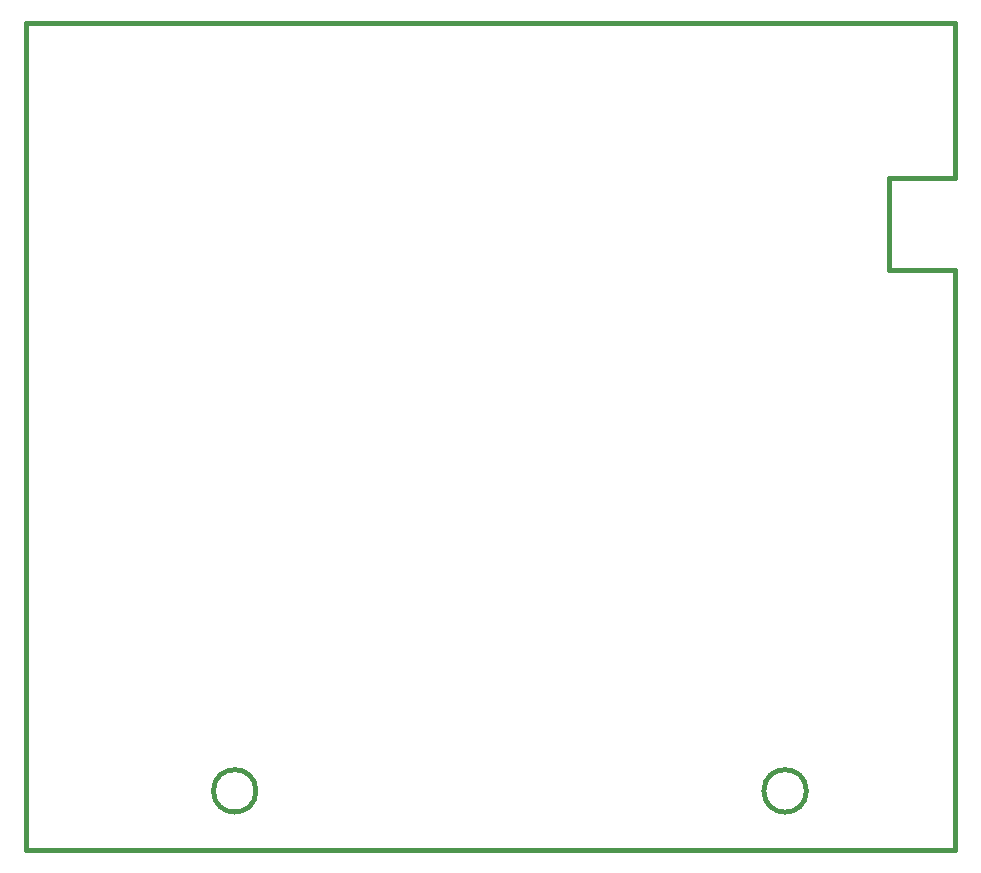
<source format=gbr>
G04 (created by PCBNEW (2013-07-07 BZR 4022)-stable) date 26/11/2014 23:59:09*
%MOIN*%
G04 Gerber Fmt 3.4, Leading zero omitted, Abs format*
%FSLAX34Y34*%
G01*
G70*
G90*
G04 APERTURE LIST*
%ADD10C,0.00590551*%
%ADD11C,0.015*%
G04 APERTURE END LIST*
G54D10*
G54D11*
X94881Y-31220D02*
X94881Y-50551D01*
X92677Y-31220D02*
X94881Y-31220D01*
X92677Y-28149D02*
X92677Y-31220D01*
X94881Y-28149D02*
X92677Y-28149D01*
X94881Y-22992D02*
X94881Y-28149D01*
X89922Y-48582D02*
G75*
G03X89922Y-48582I-709J0D01*
G74*
G01*
X71574Y-48582D02*
G75*
G03X71574Y-48582I-708J0D01*
G74*
G01*
X63897Y-50551D02*
X63897Y-22992D01*
X94881Y-50551D02*
X63897Y-50551D01*
X63897Y-22992D02*
X94881Y-22992D01*
M02*

</source>
